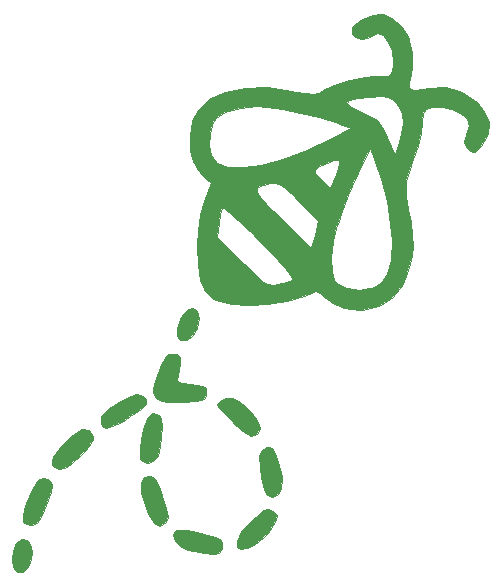
<source format=gbr>
G04 #@! TF.FileFunction,Legend,Bot*
%FSLAX46Y46*%
G04 Gerber Fmt 4.6, Leading zero omitted, Abs format (unit mm)*
G04 Created by KiCad (PCBNEW 4.0.7) date 11/26/17 09:03:08*
%MOMM*%
%LPD*%
G01*
G04 APERTURE LIST*
%ADD10C,0.100000*%
%ADD11C,0.010000*%
G04 APERTURE END LIST*
D10*
D11*
G36*
X141689634Y-149744115D02*
X141418894Y-149456443D01*
X140977589Y-149312245D01*
X140603007Y-149604330D01*
X140549946Y-149673813D01*
X140259194Y-150324735D01*
X140168896Y-151087045D01*
X140276070Y-151758633D01*
X140577735Y-152137388D01*
X140586338Y-152140821D01*
X141090180Y-152105407D01*
X141500637Y-151692599D01*
X141769503Y-151057828D01*
X141848571Y-150356523D01*
X141689634Y-149744115D01*
X141689634Y-149744115D01*
G37*
X141689634Y-149744115D02*
X141418894Y-149456443D01*
X140977589Y-149312245D01*
X140603007Y-149604330D01*
X140549946Y-149673813D01*
X140259194Y-150324735D01*
X140168896Y-151087045D01*
X140276070Y-151758633D01*
X140577735Y-152137388D01*
X140586338Y-152140821D01*
X141090180Y-152105407D01*
X141500637Y-151692599D01*
X141769503Y-151057828D01*
X141848571Y-150356523D01*
X141689634Y-149744115D01*
G36*
X143249899Y-144288958D02*
X142831594Y-144208500D01*
X142364675Y-144395192D01*
X141933186Y-145007161D01*
X141773334Y-145344816D01*
X141279003Y-146570663D01*
X141059258Y-147403737D01*
X141104642Y-147904328D01*
X141339351Y-148111457D01*
X141854740Y-148195968D01*
X142284417Y-147954930D01*
X142704158Y-147318215D01*
X143070108Y-146509749D01*
X143456664Y-145395223D01*
X143517977Y-144668294D01*
X143249899Y-144288958D01*
X143249899Y-144288958D01*
G37*
X143249899Y-144288958D02*
X142831594Y-144208500D01*
X142364675Y-144395192D01*
X141933186Y-145007161D01*
X141773334Y-145344816D01*
X141279003Y-146570663D01*
X141059258Y-147403737D01*
X141104642Y-147904328D01*
X141339351Y-148111457D01*
X141854740Y-148195968D01*
X142284417Y-147954930D01*
X142704158Y-147318215D01*
X143070108Y-146509749D01*
X143456664Y-145395223D01*
X143517977Y-144668294D01*
X143249899Y-144288958D01*
G36*
X146650383Y-140101642D02*
X146094851Y-140074098D01*
X145343340Y-140532170D01*
X144937157Y-140897394D01*
X144108634Y-141753750D01*
X143655081Y-142376068D01*
X143522624Y-142849741D01*
X143565068Y-143072185D01*
X143895741Y-143338651D01*
X144275376Y-143406395D01*
X144798357Y-143223316D01*
X145454751Y-142756802D01*
X146122440Y-142130937D01*
X146679305Y-141469804D01*
X147003230Y-140897486D01*
X147024725Y-140612786D01*
X146650383Y-140101642D01*
X146650383Y-140101642D01*
G37*
X146650383Y-140101642D02*
X146094851Y-140074098D01*
X145343340Y-140532170D01*
X144937157Y-140897394D01*
X144108634Y-141753750D01*
X143655081Y-142376068D01*
X143522624Y-142849741D01*
X143565068Y-143072185D01*
X143895741Y-143338651D01*
X144275376Y-143406395D01*
X144798357Y-143223316D01*
X145454751Y-142756802D01*
X146122440Y-142130937D01*
X146679305Y-141469804D01*
X147003230Y-140897486D01*
X147024725Y-140612786D01*
X146650383Y-140101642D01*
G36*
X151486485Y-137529976D02*
X151090999Y-137173464D01*
X151077077Y-137164632D01*
X150671920Y-137089007D01*
X150036090Y-137290040D01*
X149221411Y-137710433D01*
X148268763Y-138362605D01*
X147742350Y-138984427D01*
X147676786Y-139525819D01*
X147817836Y-139741082D01*
X148161857Y-139910745D01*
X148673916Y-139820070D01*
X149444484Y-139440034D01*
X150201785Y-138976296D01*
X151074334Y-138364215D01*
X151491749Y-137904501D01*
X151486485Y-137529976D01*
X151486485Y-137529976D01*
G37*
X151486485Y-137529976D02*
X151090999Y-137173464D01*
X151077077Y-137164632D01*
X150671920Y-137089007D01*
X150036090Y-137290040D01*
X149221411Y-137710433D01*
X148268763Y-138362605D01*
X147742350Y-138984427D01*
X147676786Y-139525819D01*
X147817836Y-139741082D01*
X148161857Y-139910745D01*
X148673916Y-139820070D01*
X149444484Y-139440034D01*
X150201785Y-138976296D01*
X151074334Y-138364215D01*
X151491749Y-137904501D01*
X151486485Y-137529976D01*
G36*
X153233986Y-146724712D02*
X153080015Y-146202298D01*
X152725970Y-145148661D01*
X152456752Y-144503383D01*
X152213107Y-144159867D01*
X151935781Y-144011512D01*
X151851304Y-143991844D01*
X151369186Y-144107776D01*
X151117306Y-144621030D01*
X151126245Y-145432859D01*
X151245973Y-145946395D01*
X151715923Y-147236175D01*
X152190656Y-147994715D01*
X152673754Y-148225511D01*
X153168797Y-147932059D01*
X153219647Y-147873351D01*
X153348564Y-147454439D01*
X153233986Y-146724712D01*
X153233986Y-146724712D01*
G37*
X153233986Y-146724712D02*
X153080015Y-146202298D01*
X152725970Y-145148661D01*
X152456752Y-144503383D01*
X152213107Y-144159867D01*
X151935781Y-144011512D01*
X151851304Y-143991844D01*
X151369186Y-144107776D01*
X151117306Y-144621030D01*
X151126245Y-145432859D01*
X151245973Y-145946395D01*
X151715923Y-147236175D01*
X152190656Y-147994715D01*
X152673754Y-148225511D01*
X153168797Y-147932059D01*
X153219647Y-147873351D01*
X153348564Y-147454439D01*
X153233986Y-146724712D01*
G36*
X152815461Y-139173330D02*
X152595807Y-138859989D01*
X152098995Y-138697757D01*
X151659937Y-139014440D01*
X151336426Y-139754218D01*
X151252013Y-140157998D01*
X151121123Y-140967507D01*
X151012326Y-141627016D01*
X151005328Y-141668500D01*
X150988782Y-142277220D01*
X151043013Y-142537448D01*
X151385402Y-142823590D01*
X151650938Y-142871658D01*
X152150378Y-142741926D01*
X152492234Y-142297154D01*
X152721586Y-141453982D01*
X152826735Y-140697463D01*
X152893444Y-139745067D01*
X152815461Y-139173330D01*
X152815461Y-139173330D01*
G37*
X152815461Y-139173330D02*
X152595807Y-138859989D01*
X152098995Y-138697757D01*
X151659937Y-139014440D01*
X151336426Y-139754218D01*
X151252013Y-140157998D01*
X151121123Y-140967507D01*
X151012326Y-141627016D01*
X151005328Y-141668500D01*
X150988782Y-142277220D01*
X151043013Y-142537448D01*
X151385402Y-142823590D01*
X151650938Y-142871658D01*
X152150378Y-142741926D01*
X152492234Y-142297154D01*
X152721586Y-141453982D01*
X152826735Y-140697463D01*
X152893444Y-139745067D01*
X152815461Y-139173330D01*
G36*
X156556169Y-136583891D02*
X156309528Y-136370543D01*
X155729759Y-136269476D01*
X155312660Y-136238617D01*
X154543094Y-136172688D01*
X154189620Y-136047059D01*
X154134244Y-135775581D01*
X154214060Y-135436512D01*
X154424110Y-134480518D01*
X154393790Y-133924297D01*
X154102966Y-133680345D01*
X153802397Y-133647448D01*
X153414338Y-133714430D01*
X153113727Y-133989624D01*
X152816237Y-134584404D01*
X152543328Y-135310333D01*
X152235045Y-136220775D01*
X152111641Y-136776591D01*
X152161313Y-137120408D01*
X152370948Y-137393542D01*
X152759144Y-137626810D01*
X153405067Y-137738134D01*
X154431489Y-137745567D01*
X154699491Y-137735920D01*
X155689321Y-137684951D01*
X156259825Y-137603129D01*
X156526227Y-137445386D01*
X156603749Y-137166656D01*
X156607711Y-136989553D01*
X156556169Y-136583891D01*
X156556169Y-136583891D01*
G37*
X156556169Y-136583891D02*
X156309528Y-136370543D01*
X155729759Y-136269476D01*
X155312660Y-136238617D01*
X154543094Y-136172688D01*
X154189620Y-136047059D01*
X154134244Y-135775581D01*
X154214060Y-135436512D01*
X154424110Y-134480518D01*
X154393790Y-133924297D01*
X154102966Y-133680345D01*
X153802397Y-133647448D01*
X153414338Y-133714430D01*
X153113727Y-133989624D01*
X152816237Y-134584404D01*
X152543328Y-135310333D01*
X152235045Y-136220775D01*
X152111641Y-136776591D01*
X152161313Y-137120408D01*
X152370948Y-137393542D01*
X152759144Y-137626810D01*
X153405067Y-137738134D01*
X154431489Y-137745567D01*
X154699491Y-137735920D01*
X155689321Y-137684951D01*
X156259825Y-137603129D01*
X156526227Y-137445386D01*
X156603749Y-137166656D01*
X156607711Y-136989553D01*
X156556169Y-136583891D01*
G36*
X157831457Y-149446992D02*
X157428900Y-149215602D01*
X156692631Y-148970500D01*
X155804600Y-148752515D01*
X154946755Y-148602473D01*
X154301045Y-148561204D01*
X154088659Y-148607133D01*
X153811877Y-149019898D01*
X153980585Y-149539897D01*
X154434946Y-149959350D01*
X155082361Y-150240196D01*
X155983786Y-150468575D01*
X156399177Y-150532633D01*
X157222176Y-150597520D01*
X157669255Y-150520962D01*
X157887537Y-150272747D01*
X157908134Y-150222784D01*
X157938383Y-149676545D01*
X157831457Y-149446992D01*
X157831457Y-149446992D01*
G37*
X157831457Y-149446992D02*
X157428900Y-149215602D01*
X156692631Y-148970500D01*
X155804600Y-148752515D01*
X154946755Y-148602473D01*
X154301045Y-148561204D01*
X154088659Y-148607133D01*
X153811877Y-149019898D01*
X153980585Y-149539897D01*
X154434946Y-149959350D01*
X155082361Y-150240196D01*
X155983786Y-150468575D01*
X156399177Y-150532633D01*
X157222176Y-150597520D01*
X157669255Y-150520962D01*
X157887537Y-150272747D01*
X157908134Y-150222784D01*
X157938383Y-149676545D01*
X157831457Y-149446992D01*
G36*
X155872454Y-130035830D02*
X155516817Y-129765201D01*
X155040621Y-129874631D01*
X154545844Y-130431728D01*
X154475630Y-130559433D01*
X154138179Y-131444659D01*
X154107430Y-132131242D01*
X154387718Y-132504478D01*
X154401921Y-132509983D01*
X154992525Y-132529075D01*
X155488511Y-132079190D01*
X155814141Y-131446833D01*
X156005554Y-130618910D01*
X155872454Y-130035830D01*
X155872454Y-130035830D01*
G37*
X155872454Y-130035830D02*
X155516817Y-129765201D01*
X155040621Y-129874631D01*
X154545844Y-130431728D01*
X154475630Y-130559433D01*
X154138179Y-131444659D01*
X154107430Y-132131242D01*
X154387718Y-132504478D01*
X154401921Y-132509983D01*
X154992525Y-132529075D01*
X155488511Y-132079190D01*
X155814141Y-131446833D01*
X156005554Y-130618910D01*
X155872454Y-130035830D01*
G36*
X180039652Y-112987940D02*
X179523988Y-112385025D01*
X178311068Y-111528943D01*
X176893525Y-111108585D01*
X175418168Y-111160763D01*
X175033930Y-111259113D01*
X174243275Y-111370596D01*
X173819312Y-111134418D01*
X173800762Y-110579541D01*
X173867225Y-110386395D01*
X174074142Y-109386638D01*
X174049908Y-108190993D01*
X173803982Y-107081117D01*
X173751690Y-106946909D01*
X173184256Y-106035309D01*
X172396978Y-105321320D01*
X171551180Y-104937313D01*
X171263640Y-104905342D01*
X170499634Y-105043796D01*
X169714103Y-105386513D01*
X169123312Y-105824531D01*
X168959952Y-106066032D01*
X168983221Y-106565820D01*
X169358951Y-106911330D01*
X169910737Y-107027309D01*
X170462175Y-106838507D01*
X170564165Y-106750362D01*
X171073153Y-106515356D01*
X171586711Y-106709991D01*
X172033955Y-107234521D01*
X172344004Y-107989201D01*
X172445973Y-108874284D01*
X172397576Y-109330313D01*
X172237662Y-109956823D01*
X171987659Y-110181173D01*
X171502070Y-110133060D01*
X171498037Y-110132186D01*
X170736872Y-110119419D01*
X169665415Y-110290973D01*
X168457860Y-110604857D01*
X167288401Y-111019081D01*
X166692714Y-111290537D01*
X166130530Y-111548187D01*
X165636192Y-111658492D01*
X165029301Y-111628465D01*
X164129462Y-111465120D01*
X163826658Y-111401973D01*
X161762477Y-111118602D01*
X159860340Y-111151019D01*
X158197173Y-111483729D01*
X156849903Y-112101235D01*
X155895454Y-112988039D01*
X155885668Y-113001700D01*
X155433129Y-113999209D01*
X155218858Y-115246138D01*
X155263679Y-116503382D01*
X155505468Y-117367925D01*
X155946089Y-118123449D01*
X156439818Y-118719245D01*
X156997183Y-119238510D01*
X156427482Y-120694558D01*
X156066935Y-121885361D01*
X155882303Y-123246926D01*
X155840333Y-124423237D01*
X155894542Y-126157804D01*
X156103491Y-127442764D01*
X156491007Y-128346972D01*
X157080914Y-128939285D01*
X157474681Y-129146518D01*
X158680122Y-129453228D01*
X160199050Y-129554291D01*
X161856963Y-129462718D01*
X162243566Y-129398094D01*
X162243566Y-127825909D01*
X161876789Y-127774081D01*
X161463193Y-127548049D01*
X160908359Y-127088327D01*
X160117869Y-126335431D01*
X159629884Y-125855281D01*
X157503172Y-123754816D01*
X157658171Y-122572788D01*
X157781363Y-121826726D01*
X157909941Y-121333447D01*
X157954676Y-121249254D01*
X158181030Y-121380022D01*
X158716194Y-121832308D01*
X159494228Y-122546176D01*
X159685942Y-122729970D01*
X159685942Y-117894200D01*
X158420393Y-117829523D01*
X157504559Y-117475740D01*
X157004852Y-116873968D01*
X156835519Y-116004482D01*
X156907835Y-114988057D01*
X157187488Y-114080545D01*
X157429617Y-113706621D01*
X158242239Y-113160086D01*
X159438029Y-112822392D01*
X160897638Y-112719560D01*
X161731773Y-112768608D01*
X163038900Y-112959674D01*
X164582879Y-113271398D01*
X166147212Y-113653001D01*
X167515402Y-114053705D01*
X168104553Y-114263323D01*
X168906658Y-114577937D01*
X167302448Y-115397083D01*
X165109459Y-116421214D01*
X163077617Y-117183285D01*
X161254064Y-117676534D01*
X159685942Y-117894200D01*
X159685942Y-122729970D01*
X160449191Y-123461691D01*
X161157921Y-124160802D01*
X162407493Y-125437117D01*
X163290566Y-126407095D01*
X163795374Y-127056815D01*
X163910152Y-127372360D01*
X163889475Y-127392071D01*
X163411512Y-127568497D01*
X162702749Y-127753307D01*
X162657943Y-127763017D01*
X162243566Y-127825909D01*
X162243566Y-129398094D01*
X163479359Y-129191518D01*
X164891735Y-128753704D01*
X165305844Y-128562642D01*
X165487686Y-128493028D01*
X165487686Y-124737181D01*
X162989558Y-122249440D01*
X161949881Y-121201331D01*
X161272665Y-120460362D01*
X160935829Y-119962097D01*
X160917290Y-119642095D01*
X161194969Y-119435920D01*
X161746785Y-119279131D01*
X161956081Y-119233455D01*
X162382039Y-119187346D01*
X162779929Y-119296933D01*
X163259561Y-119629386D01*
X163930745Y-120251872D01*
X164419289Y-120740139D01*
X166079392Y-122417974D01*
X165783539Y-123577578D01*
X165487686Y-124737181D01*
X165487686Y-128493028D01*
X165818253Y-128366478D01*
X166211735Y-128492519D01*
X166600335Y-128854327D01*
X167080548Y-129206660D01*
X167080548Y-119626135D01*
X166320788Y-118898238D01*
X165859884Y-118401157D01*
X165789131Y-118064949D01*
X166150108Y-117776598D01*
X166843126Y-117478523D01*
X167469155Y-117290833D01*
X167861182Y-117281701D01*
X167887593Y-117299260D01*
X167888836Y-117621123D01*
X167696941Y-118237748D01*
X167567544Y-118546171D01*
X167080548Y-119626135D01*
X167080548Y-129206660D01*
X167273340Y-129348113D01*
X168135960Y-129738373D01*
X168292841Y-129785309D01*
X169526598Y-129921269D01*
X169526598Y-128244795D01*
X168548211Y-128102319D01*
X167767291Y-127749648D01*
X167451658Y-127420607D01*
X167225996Y-126632593D01*
X167202022Y-125488071D01*
X167371782Y-124122462D01*
X167727323Y-122671185D01*
X167731393Y-122657981D01*
X168120020Y-121538671D01*
X168650234Y-120190782D01*
X169222905Y-118863230D01*
X169366365Y-118552449D01*
X170438707Y-116268500D01*
X170837020Y-117204241D01*
X171408156Y-118841793D01*
X171880316Y-120751722D01*
X172198762Y-122675365D01*
X172308132Y-124155869D01*
X172237209Y-125741132D01*
X171954343Y-126885197D01*
X171432092Y-127648765D01*
X170643015Y-128092538D01*
X170510440Y-128132394D01*
X169526598Y-128244795D01*
X169526598Y-129921269D01*
X169833326Y-129955071D01*
X171231848Y-129640393D01*
X172414567Y-128887216D01*
X172602246Y-128646441D01*
X172602246Y-116803237D01*
X171922625Y-115304636D01*
X171489188Y-114435216D01*
X171057066Y-113891156D01*
X170444128Y-113495532D01*
X169737599Y-113182079D01*
X168871044Y-112766050D01*
X168514750Y-112439764D01*
X168674305Y-112193497D01*
X169355298Y-112017525D01*
X170469801Y-111907903D01*
X171412067Y-111866218D01*
X171990123Y-111922304D01*
X172372007Y-112122391D01*
X172725758Y-112512705D01*
X172741689Y-112532915D01*
X173169181Y-113307633D01*
X173267849Y-114210626D01*
X173046132Y-115378338D01*
X172939694Y-115733764D01*
X172602246Y-116803237D01*
X172602246Y-128646441D01*
X173307642Y-127741481D01*
X173816863Y-126348498D01*
X174004913Y-125355484D01*
X174086610Y-124502508D01*
X174058912Y-123614272D01*
X173918774Y-122515481D01*
X173731085Y-121408640D01*
X173558191Y-120381526D01*
X173493635Y-119643650D01*
X173556656Y-118997198D01*
X173766499Y-118244357D01*
X174141465Y-117189889D01*
X174510165Y-116055567D01*
X174785055Y-114973517D01*
X174917329Y-114142505D01*
X174922448Y-114009415D01*
X174968129Y-113318433D01*
X175185782Y-112976148D01*
X175696323Y-112798962D01*
X175723627Y-112792914D01*
X176647171Y-112761601D01*
X177599290Y-112990779D01*
X178372076Y-113411675D01*
X178690048Y-113774170D01*
X178836281Y-114407961D01*
X178648278Y-115107176D01*
X178459808Y-115717802D01*
X178572591Y-116122598D01*
X178776395Y-116352918D01*
X179106540Y-116614934D01*
X179392208Y-116559797D01*
X179809917Y-116139790D01*
X179885586Y-116053065D01*
X180468549Y-115056669D01*
X180519517Y-114031028D01*
X180039652Y-112987940D01*
X180039652Y-112987940D01*
G37*
X180039652Y-112987940D02*
X179523988Y-112385025D01*
X178311068Y-111528943D01*
X176893525Y-111108585D01*
X175418168Y-111160763D01*
X175033930Y-111259113D01*
X174243275Y-111370596D01*
X173819312Y-111134418D01*
X173800762Y-110579541D01*
X173867225Y-110386395D01*
X174074142Y-109386638D01*
X174049908Y-108190993D01*
X173803982Y-107081117D01*
X173751690Y-106946909D01*
X173184256Y-106035309D01*
X172396978Y-105321320D01*
X171551180Y-104937313D01*
X171263640Y-104905342D01*
X170499634Y-105043796D01*
X169714103Y-105386513D01*
X169123312Y-105824531D01*
X168959952Y-106066032D01*
X168983221Y-106565820D01*
X169358951Y-106911330D01*
X169910737Y-107027309D01*
X170462175Y-106838507D01*
X170564165Y-106750362D01*
X171073153Y-106515356D01*
X171586711Y-106709991D01*
X172033955Y-107234521D01*
X172344004Y-107989201D01*
X172445973Y-108874284D01*
X172397576Y-109330313D01*
X172237662Y-109956823D01*
X171987659Y-110181173D01*
X171502070Y-110133060D01*
X171498037Y-110132186D01*
X170736872Y-110119419D01*
X169665415Y-110290973D01*
X168457860Y-110604857D01*
X167288401Y-111019081D01*
X166692714Y-111290537D01*
X166130530Y-111548187D01*
X165636192Y-111658492D01*
X165029301Y-111628465D01*
X164129462Y-111465120D01*
X163826658Y-111401973D01*
X161762477Y-111118602D01*
X159860340Y-111151019D01*
X158197173Y-111483729D01*
X156849903Y-112101235D01*
X155895454Y-112988039D01*
X155885668Y-113001700D01*
X155433129Y-113999209D01*
X155218858Y-115246138D01*
X155263679Y-116503382D01*
X155505468Y-117367925D01*
X155946089Y-118123449D01*
X156439818Y-118719245D01*
X156997183Y-119238510D01*
X156427482Y-120694558D01*
X156066935Y-121885361D01*
X155882303Y-123246926D01*
X155840333Y-124423237D01*
X155894542Y-126157804D01*
X156103491Y-127442764D01*
X156491007Y-128346972D01*
X157080914Y-128939285D01*
X157474681Y-129146518D01*
X158680122Y-129453228D01*
X160199050Y-129554291D01*
X161856963Y-129462718D01*
X162243566Y-129398094D01*
X162243566Y-127825909D01*
X161876789Y-127774081D01*
X161463193Y-127548049D01*
X160908359Y-127088327D01*
X160117869Y-126335431D01*
X159629884Y-125855281D01*
X157503172Y-123754816D01*
X157658171Y-122572788D01*
X157781363Y-121826726D01*
X157909941Y-121333447D01*
X157954676Y-121249254D01*
X158181030Y-121380022D01*
X158716194Y-121832308D01*
X159494228Y-122546176D01*
X159685942Y-122729970D01*
X159685942Y-117894200D01*
X158420393Y-117829523D01*
X157504559Y-117475740D01*
X157004852Y-116873968D01*
X156835519Y-116004482D01*
X156907835Y-114988057D01*
X157187488Y-114080545D01*
X157429617Y-113706621D01*
X158242239Y-113160086D01*
X159438029Y-112822392D01*
X160897638Y-112719560D01*
X161731773Y-112768608D01*
X163038900Y-112959674D01*
X164582879Y-113271398D01*
X166147212Y-113653001D01*
X167515402Y-114053705D01*
X168104553Y-114263323D01*
X168906658Y-114577937D01*
X167302448Y-115397083D01*
X165109459Y-116421214D01*
X163077617Y-117183285D01*
X161254064Y-117676534D01*
X159685942Y-117894200D01*
X159685942Y-122729970D01*
X160449191Y-123461691D01*
X161157921Y-124160802D01*
X162407493Y-125437117D01*
X163290566Y-126407095D01*
X163795374Y-127056815D01*
X163910152Y-127372360D01*
X163889475Y-127392071D01*
X163411512Y-127568497D01*
X162702749Y-127753307D01*
X162657943Y-127763017D01*
X162243566Y-127825909D01*
X162243566Y-129398094D01*
X163479359Y-129191518D01*
X164891735Y-128753704D01*
X165305844Y-128562642D01*
X165487686Y-128493028D01*
X165487686Y-124737181D01*
X162989558Y-122249440D01*
X161949881Y-121201331D01*
X161272665Y-120460362D01*
X160935829Y-119962097D01*
X160917290Y-119642095D01*
X161194969Y-119435920D01*
X161746785Y-119279131D01*
X161956081Y-119233455D01*
X162382039Y-119187346D01*
X162779929Y-119296933D01*
X163259561Y-119629386D01*
X163930745Y-120251872D01*
X164419289Y-120740139D01*
X166079392Y-122417974D01*
X165783539Y-123577578D01*
X165487686Y-124737181D01*
X165487686Y-128493028D01*
X165818253Y-128366478D01*
X166211735Y-128492519D01*
X166600335Y-128854327D01*
X167080548Y-129206660D01*
X167080548Y-119626135D01*
X166320788Y-118898238D01*
X165859884Y-118401157D01*
X165789131Y-118064949D01*
X166150108Y-117776598D01*
X166843126Y-117478523D01*
X167469155Y-117290833D01*
X167861182Y-117281701D01*
X167887593Y-117299260D01*
X167888836Y-117621123D01*
X167696941Y-118237748D01*
X167567544Y-118546171D01*
X167080548Y-119626135D01*
X167080548Y-129206660D01*
X167273340Y-129348113D01*
X168135960Y-129738373D01*
X168292841Y-129785309D01*
X169526598Y-129921269D01*
X169526598Y-128244795D01*
X168548211Y-128102319D01*
X167767291Y-127749648D01*
X167451658Y-127420607D01*
X167225996Y-126632593D01*
X167202022Y-125488071D01*
X167371782Y-124122462D01*
X167727323Y-122671185D01*
X167731393Y-122657981D01*
X168120020Y-121538671D01*
X168650234Y-120190782D01*
X169222905Y-118863230D01*
X169366365Y-118552449D01*
X170438707Y-116268500D01*
X170837020Y-117204241D01*
X171408156Y-118841793D01*
X171880316Y-120751722D01*
X172198762Y-122675365D01*
X172308132Y-124155869D01*
X172237209Y-125741132D01*
X171954343Y-126885197D01*
X171432092Y-127648765D01*
X170643015Y-128092538D01*
X170510440Y-128132394D01*
X169526598Y-128244795D01*
X169526598Y-129921269D01*
X169833326Y-129955071D01*
X171231848Y-129640393D01*
X172414567Y-128887216D01*
X172602246Y-128646441D01*
X172602246Y-116803237D01*
X171922625Y-115304636D01*
X171489188Y-114435216D01*
X171057066Y-113891156D01*
X170444128Y-113495532D01*
X169737599Y-113182079D01*
X168871044Y-112766050D01*
X168514750Y-112439764D01*
X168674305Y-112193497D01*
X169355298Y-112017525D01*
X170469801Y-111907903D01*
X171412067Y-111866218D01*
X171990123Y-111922304D01*
X172372007Y-112122391D01*
X172725758Y-112512705D01*
X172741689Y-112532915D01*
X173169181Y-113307633D01*
X173267849Y-114210626D01*
X173046132Y-115378338D01*
X172939694Y-115733764D01*
X172602246Y-116803237D01*
X172602246Y-128646441D01*
X173307642Y-127741481D01*
X173816863Y-126348498D01*
X174004913Y-125355484D01*
X174086610Y-124502508D01*
X174058912Y-123614272D01*
X173918774Y-122515481D01*
X173731085Y-121408640D01*
X173558191Y-120381526D01*
X173493635Y-119643650D01*
X173556656Y-118997198D01*
X173766499Y-118244357D01*
X174141465Y-117189889D01*
X174510165Y-116055567D01*
X174785055Y-114973517D01*
X174917329Y-114142505D01*
X174922448Y-114009415D01*
X174968129Y-113318433D01*
X175185782Y-112976148D01*
X175696323Y-112798962D01*
X175723627Y-112792914D01*
X176647171Y-112761601D01*
X177599290Y-112990779D01*
X178372076Y-113411675D01*
X178690048Y-113774170D01*
X178836281Y-114407961D01*
X178648278Y-115107176D01*
X178459808Y-115717802D01*
X178572591Y-116122598D01*
X178776395Y-116352918D01*
X179106540Y-116614934D01*
X179392208Y-116559797D01*
X179809917Y-116139790D01*
X179885586Y-116053065D01*
X180468549Y-115056669D01*
X180519517Y-114031028D01*
X180039652Y-112987940D01*
G36*
X161107865Y-139637497D02*
X160716776Y-139031518D01*
X160141025Y-138368077D01*
X159500019Y-137781697D01*
X158913169Y-137406903D01*
X158814376Y-137369669D01*
X158285449Y-137388412D01*
X157778095Y-137646783D01*
X157545061Y-138014318D01*
X157544943Y-138024922D01*
X157724178Y-138280513D01*
X158193870Y-138793285D01*
X158854339Y-139454719D01*
X158889243Y-139488454D01*
X159788262Y-140262422D01*
X160446454Y-140595398D01*
X160908767Y-140498357D01*
X161194882Y-140051492D01*
X161107865Y-139637497D01*
X161107865Y-139637497D01*
G37*
X161107865Y-139637497D02*
X160716776Y-139031518D01*
X160141025Y-138368077D01*
X159500019Y-137781697D01*
X158913169Y-137406903D01*
X158814376Y-137369669D01*
X158285449Y-137388412D01*
X157778095Y-137646783D01*
X157545061Y-138014318D01*
X157544943Y-138024922D01*
X157724178Y-138280513D01*
X158193870Y-138793285D01*
X158854339Y-139454719D01*
X158889243Y-139488454D01*
X159788262Y-140262422D01*
X160446454Y-140595398D01*
X160908767Y-140498357D01*
X161194882Y-140051492D01*
X161107865Y-139637497D01*
G36*
X162386884Y-147057364D02*
X162123500Y-146900775D01*
X161778662Y-146817238D01*
X161371943Y-146984477D01*
X160790004Y-147464630D01*
X160385605Y-147853591D01*
X159565588Y-148781736D01*
X159186542Y-149504693D01*
X159257297Y-149998963D01*
X159513854Y-150173897D01*
X160051363Y-150131515D01*
X160756580Y-149764130D01*
X161477312Y-149175233D01*
X162061365Y-148468313D01*
X162090208Y-148421997D01*
X162484871Y-147725584D01*
X162582664Y-147320957D01*
X162386884Y-147057364D01*
X162386884Y-147057364D01*
G37*
X162386884Y-147057364D02*
X162123500Y-146900775D01*
X161778662Y-146817238D01*
X161371943Y-146984477D01*
X160790004Y-147464630D01*
X160385605Y-147853591D01*
X159565588Y-148781736D01*
X159186542Y-149504693D01*
X159257297Y-149998963D01*
X159513854Y-150173897D01*
X160051363Y-150131515D01*
X160756580Y-149764130D01*
X161477312Y-149175233D01*
X162061365Y-148468313D01*
X162090208Y-148421997D01*
X162484871Y-147725584D01*
X162582664Y-147320957D01*
X162386884Y-147057364D01*
G36*
X163007011Y-144013460D02*
X162714887Y-142816822D01*
X162451132Y-142067176D01*
X162172102Y-141681648D01*
X161834149Y-141577364D01*
X161728795Y-141586438D01*
X161312252Y-141799103D01*
X161120139Y-142330784D01*
X161139482Y-143249921D01*
X161257133Y-144074816D01*
X161489452Y-145080911D01*
X161787723Y-145633170D01*
X162196952Y-145812086D01*
X162228820Y-145812711D01*
X162682488Y-145578059D01*
X162979527Y-144993109D01*
X163042733Y-144236368D01*
X163007011Y-144013460D01*
X163007011Y-144013460D01*
G37*
X163007011Y-144013460D02*
X162714887Y-142816822D01*
X162451132Y-142067176D01*
X162172102Y-141681648D01*
X161834149Y-141577364D01*
X161728795Y-141586438D01*
X161312252Y-141799103D01*
X161120139Y-142330784D01*
X161139482Y-143249921D01*
X161257133Y-144074816D01*
X161489452Y-145080911D01*
X161787723Y-145633170D01*
X162196952Y-145812086D01*
X162228820Y-145812711D01*
X162682488Y-145578059D01*
X162979527Y-144993109D01*
X163042733Y-144236368D01*
X163007011Y-144013460D01*
M02*

</source>
